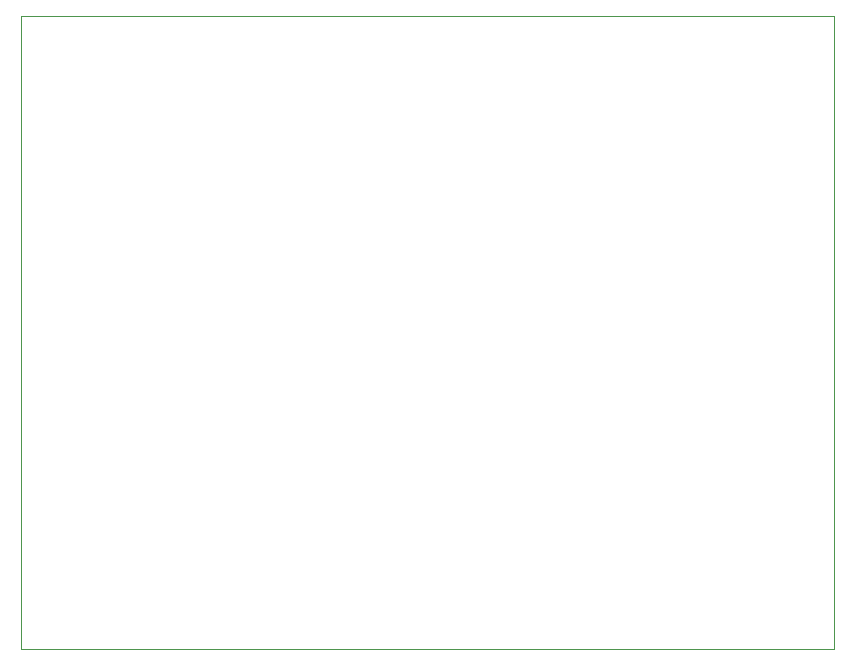
<source format=gbr>
%TF.GenerationSoftware,KiCad,Pcbnew,8.0.8*%
%TF.CreationDate,2025-02-03T13:00:51-08:00*%
%TF.ProjectId,ArduinoExpander,41726475-696e-46f4-9578-70616e646572,rev?*%
%TF.SameCoordinates,Original*%
%TF.FileFunction,Profile,NP*%
%FSLAX46Y46*%
G04 Gerber Fmt 4.6, Leading zero omitted, Abs format (unit mm)*
G04 Created by KiCad (PCBNEW 8.0.8) date 2025-02-03 13:00:51*
%MOMM*%
%LPD*%
G01*
G04 APERTURE LIST*
%TA.AperFunction,Profile*%
%ADD10C,0.050000*%
%TD*%
G04 APERTURE END LIST*
D10*
X60960000Y-46736000D02*
X129794000Y-46736000D01*
X129794000Y-100330000D01*
X60960000Y-100330000D01*
X60960000Y-46736000D01*
M02*

</source>
